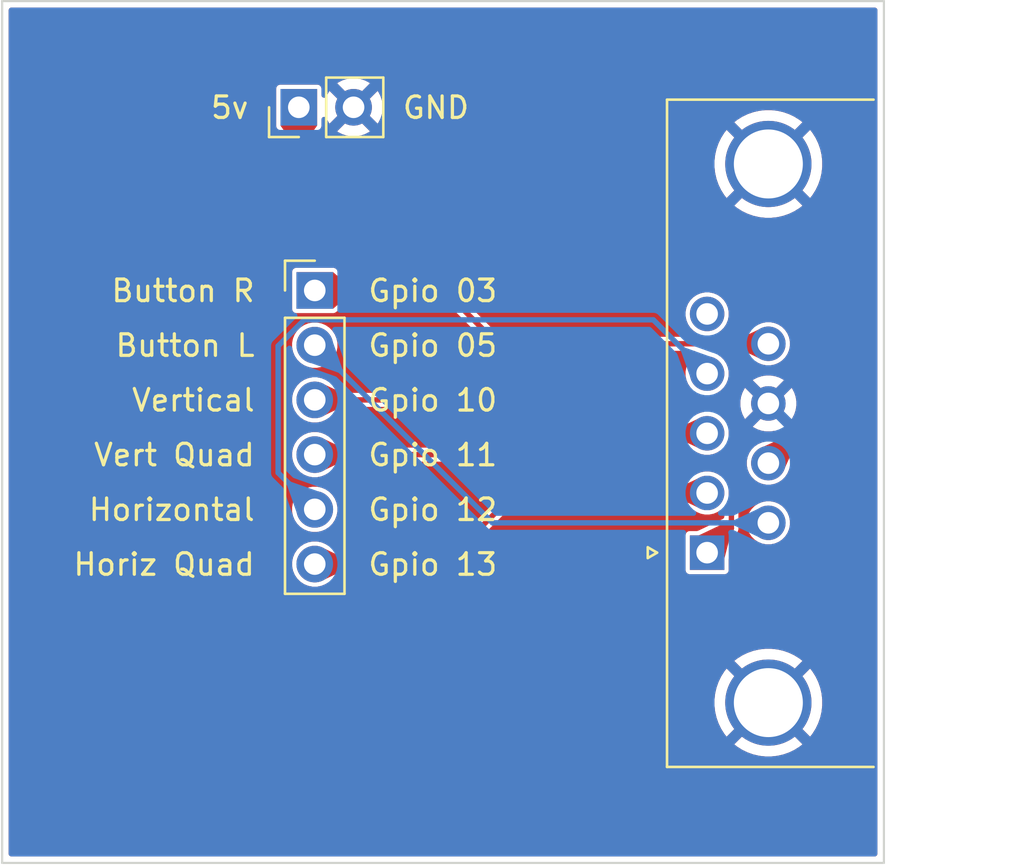
<source format=kicad_pcb>
(kicad_pcb (version 20241229) (generator "pcbnew") (generator_version "9.0")
  (layers (0 "F.Cu" signal) (2 "B.Cu" signal) (13 "F.Paste" user) (15 "B.Paste" user) (5 "F.SilkS" user "F.Silkscreen") (7 "B.SilkS" user "B.Silkscreen") (1 "F.Mask" user) (3 "B.Mask" user) (25 "Edge.Cuts" user))
  (net 0 "")
  (net 1 "GND")
  (net 2 "/MOUSE_V")
  (net 3 "/MOUSE_H")
  (net 4 "/MOUSE_VQ")
  (net 5 "/MOUSE_HQ")
  (net 6 "+5V")
  (net 7 "/BUTTON_LEFT")
  (net 8 "/BUTTON_RIGHT")
  (net 9 "/BUTTON_MIDDLE")
  (footprint "Connector_PinHeader_2.54mm:PinHeader_1x02_P2.54mm_Vertical" (layer "F.Cu") (at 223.76 102.3 90)
    (property "Reference" "J2" (hide yes))
    (property "Value" "Conn_01x02_Pin" (hide yes))
    (fp_line (start -1.38 -1.38) (end 0 -1.38) (stroke (width 0.12)) (layer "F.SilkS"))
    (fp_line (start -1.38 0) (end -1.38 -1.38) (stroke (width 0.12)) (layer "F.SilkS"))
    (fp_line (start 1.38 1.27) (end 1.38 3.92) (stroke (width 0.12)) (layer "F.SilkS"))
    (fp_line (start -1.38 1.27) (end 1.38 1.27) (stroke (width 0.12)) (layer "F.SilkS"))
    (fp_line (start -1.38 1.27) (end -1.38 3.92) (stroke (width 0.12)) (layer "F.SilkS"))
    (fp_line (start -1.38 3.92) (end 1.38 3.92) (stroke (width 0.12)) (layer "F.SilkS"))
    (pad "1" thru_hole rect (at 0 0 90) (size 1.7 1.7) (drill 1) (layers "*.Cu" "*.Mask") (net 6 "+5V"))
    (pad "2" thru_hole circle (at 0 2.54 90) (size 1.7 1.7) (drill 1) (layers "*.Cu" "*.Mask") (net 1 "GND"))
  )
  (footprint "Connector_PinHeader_2.54mm:PinHeader_1x06_P2.54mm_Vertical" (layer "F.Cu") (at 224.5 110.8)
    (property "Reference" "J3" (hide yes))
    (property "Value" "Conn_01x02_Pin" (hide yes))
    (fp_line (start -1.38 -1.38) (end 0 -1.38) (stroke (width 0.12)) (layer "F.SilkS"))
    (fp_line (start -1.38 0) (end -1.38 -1.38) (stroke (width 0.12)) (layer "F.SilkS"))
    (fp_line (start -1.38 1.27) (end -1.38 14.08) (stroke (width 0.12)) (layer "F.SilkS"))
    (fp_line (start -1.38 1.27) (end 1.38 1.27) (stroke (width 0.12)) (layer "F.SilkS"))
    (fp_line (start -1.38 14.08) (end 1.38 14.08) (stroke (width 0.12)) (layer "F.SilkS"))
    (fp_line (start 1.38 1.27) (end 1.38 14.08) (stroke (width 0.12)) (layer "F.SilkS"))
    (pad "1" thru_hole rect (at 0 0) (size 1.7 1.7) (drill 1) (layers "*.Cu" "*.Mask") (net 8 "/BUTTON_RIGHT"))
    (pad "2" thru_hole circle (at 0 2.54) (size 1.7 1.7) (drill 1) (layers "*.Cu" "*.Mask") (net 7 "/BUTTON_LEFT"))
    (pad "3" thru_hole circle (at 0 5.08) (size 1.7 1.7) (drill 1) (layers "*.Cu" "*.Mask") (net 2 "/MOUSE_V"))
    (pad "4" thru_hole circle (at 0 7.62) (size 1.7 1.7) (drill 1) (layers "*.Cu" "*.Mask") (net 4 "/MOUSE_VQ"))
    (pad "5" thru_hole circle (at 0 10.16) (size 1.7 1.7) (drill 1) (layers "*.Cu" "*.Mask") (net 5 "/MOUSE_HQ"))
    (pad "6" thru_hole circle (at 0 12.7) (size 1.7 1.7) (drill 1) (layers "*.Cu" "*.Mask") (net 3 "/MOUSE_H"))
  )
  (footprint "Connector_Dsub:DSUB-9_Pins_Horizontal_P2.77x2.84mm_EdgePinOffset4.94mm_Housed_MountingHolesOffset4.94mm" (layer "F.Cu") (at 242.7 122.97 90)
    (property "Reference" "J1" (hide yes))
    (property "Value" "DE9_Pins_MountingHoles" (hide yes))
    (fp_line (start 0.25 -2.754338) (end 0 -2.321325) (stroke (width 0.12)) (layer "F.SilkS"))
    (fp_line (start -0.25 -2.754338) (end 0.25 -2.754338) (stroke (width 0.12)) (layer "F.SilkS"))
    (fp_line (start 0 -2.321325) (end -0.25 -2.754338) (stroke (width 0.12)) (layer "F.SilkS"))
    (fp_line (start 21.025 -1.86) (end 21.025 7.72) (stroke (width 0.12)) (layer "F.SilkS"))
    (fp_line (start -9.945 -1.86) (end 21.025 -1.86) (stroke (width 0.12)) (layer "F.SilkS"))
    (fp_line (start -9.945 7.72) (end -9.945 -1.86) (stroke (width 0.12)) (layer "F.SilkS"))
    (pad "0" thru_hole circle (at -6.96 2.84 90) (size 4 4) (drill 3.2) (layers "*.Cu" "*.Mask") (net 1 "GND"))
    (pad "0" thru_hole circle (at 18.04 2.84 90) (size 4 4) (drill 3.2) (layers "*.Cu" "*.Mask") (net 1 "GND"))
    (pad "1" thru_hole rect (at 0 0 90) (size 1.6 1.6) (drill 1) (layers "*.Cu" "*.Mask") (net 2 "/MOUSE_V"))
    (pad "2" thru_hole circle (at 2.77 0 90) (size 1.6 1.6) (drill 1) (layers "*.Cu" "*.Mask") (net 3 "/MOUSE_H"))
    (pad "3" thru_hole circle (at 5.54 0 90) (size 1.6 1.6) (drill 1) (layers "*.Cu" "*.Mask") (net 4 "/MOUSE_VQ"))
    (pad "4" thru_hole circle (at 8.31 0 90) (size 1.6 1.6) (drill 1) (layers "*.Cu" "*.Mask") (net 5 "/MOUSE_HQ"))
    (pad "5" thru_hole circle (at 11.08 0 90) (size 1.6 1.6) (drill 1) (layers "*.Cu" "*.Mask") (net 9 "/BUTTON_MIDDLE"))
    (pad "6" thru_hole circle (at 1.385 2.84 90) (size 1.6 1.6) (drill 1) (layers "*.Cu" "*.Mask") (net 7 "/BUTTON_LEFT"))
    (pad "7" thru_hole circle (at 4.155 2.84 90) (size 1.6 1.6) (drill 1) (layers "*.Cu" "*.Mask") (net 6 "+5V"))
    (pad "8" thru_hole circle (at 6.925 2.84 90) (size 1.6 1.6) (drill 1) (layers "*.Cu" "*.Mask") (net 1 "GND"))
    (pad "9" thru_hole circle (at 9.695 2.84 90) (size 1.6 1.6) (drill 1) (layers "*.Cu" "*.Mask") (net 8 "/BUTTON_RIGHT"))
  )
  (gr_line (start 210 137.37) (end 250.9 137.37) (stroke (width 0.1)) (layer "Edge.Cuts"))
  (gr_line (start 210 97.37) (end 210 137.37) (stroke (width 0.1)) (layer "Edge.Cuts"))
  (gr_line (start 250.9 97.37) (end 250.9 137.37) (stroke (width 0.1)) (layer "Edge.Cuts"))
  (gr_line (start 210 97.37) (end 250.9 97.37) (stroke (width 0.1)) (layer "Edge.Cuts"))
  (gr_text "Button L" (at 221.8 113.94175 0) (layer "F.SilkS") (effects (font (size 1 1)) (justify right bottom)))
  (gr_text "GND" (at 228.5 102.90175 0) (layer "F.SilkS") (effects (font (size 1 1)) (justify left bottom)))
  (gr_text "Button R" (at 221.8 111.40175 0) (layer "F.SilkS") (effects (font (size 1 1)) (justify right bottom)))
  (gr_text "Gpio 03" (at 226.9 111.40175 0) (layer "F.SilkS") (effects (font (size 1 1)) (justify left bottom)))
  (gr_text "Gpio 05" (at 226.9 113.94175 0) (layer "F.SilkS") (effects (font (size 1 1)) (justify left bottom)))
  (gr_text "Vert Quad" (at 221.8 119.02175 0) (layer "F.SilkS") (effects (font (size 1 1)) (justify right bottom)))
  (gr_text "Vertical" (at 221.8 116.48175 0) (layer "F.SilkS") (effects (font (size 1 1)) (justify right bottom)))
  (gr_text "Horizontal" (at 221.8 121.56175 0) (layer "F.SilkS") (effects (font (size 1 1)) (justify right bottom)))
  (gr_text "Gpio 12" (at 226.9 121.56175 0) (layer "F.SilkS") (effects (font (size 1 1)) (justify left bottom)))
  (gr_text "Gpio 11" (at 226.9 119.02175 0) (layer "F.SilkS") (effects (font (size 1 1)) (justify left bottom)))
  (gr_text "Gpio 13" (at 226.9 124.10175 0) (layer "F.SilkS") (effects (font (size 1 1)) (justify left bottom)))
  (gr_text "5v" (at 219.6 102.90175 0) (layer "F.SilkS") (effects (font (size 1 1)) (justify left bottom)))
  (gr_text "Horiz Quad" (at 221.8 124.10175 0) (layer "F.SilkS") (effects (font (size 1 1)) (justify right bottom)))
  (gr_text "Gpio 10" (at 226.9 116.48175 0) (layer "F.SilkS") (effects (font (size 1 1)) (justify left bottom)))
  (segment (start 242.742405 115.88) (end 224.5 115.88) (width 0.25) (layer "F.Cu") (net 2))
  (segment (start 243.826 116.963595) (end 242.742405 115.88) (width 0.25) (layer "F.Cu") (net 2))
  (segment (start 243.826 121.844) (end 243.826 116.963595) (width 0.25) (layer "F.Cu") (net 2))
  (segment (start 242.7 122.97) (end 243.826 121.844) (width 0.25) (layer "F.Cu") (net 2))
  (segment (start 230.5 123.5) (end 224.5 123.5) (width 0.25) (layer "F.Cu") (net 3))
  (segment (start 233.8 120.2) (end 230.5 123.5) (width 0.25) (layer "F.Cu") (net 3))
  (segment (start 242.7 120.2) (end 233.8 120.2) (width 0.25) (layer "F.Cu") (net 3))
  (segment (start 235.07 117.43) (end 234.08 118.42) (width 0.25) (layer "F.Cu") (net 4))
  (segment (start 242.7 117.43) (end 235.07 117.43) (width 0.25) (layer "F.Cu") (net 4))
  (segment (start 234.08 118.42) (end 224.5 118.42) (width 0.25) (layer "F.Cu") (net 4))
  (segment (start 224.012884 112.164) (end 222.8 113.376884) (width 0.25) (layer "B.Cu") (net 5))
  (segment (start 242.7 114.66) (end 240.204 112.164) (width 0.25) (layer "B.Cu") (net 5))
  (segment (start 222.8 119.26) (end 224.5 120.96) (width 0.25) (layer "B.Cu") (net 5))
  (segment (start 240.204 112.164) (end 224.012884 112.164) (width 0.25) (layer "B.Cu") (net 5))
  (segment (start 222.8 113.376884) (end 222.8 119.26) (width 0.25) (layer "B.Cu") (net 5))
  (segment (start 247.6 112.1) (end 244.9 109.4) (width 0.5) (layer "F.Cu") (net 6))
  (segment (start 244.9 109.4) (end 228.3 109.4) (width 0.5) (layer "F.Cu") (net 6))
  (segment (start 245.54 118.815) (end 247.6 116.755) (width 0.5) (layer "F.Cu") (net 6))
  (segment (start 223.76 104.86) (end 223.76 102.3) (width 0.5) (layer "F.Cu") (net 6))
  (segment (start 228.3 109.4) (end 223.76 104.86) (width 0.5) (layer "F.Cu") (net 6))
  (segment (start 247.6 116.755) (end 247.6 112.1) (width 0.5) (layer "F.Cu") (net 6))
  (segment (start 245.54 121.585) (end 232.745 121.585) (width 0.25) (layer "B.Cu") (net 7))
  (segment (start 232.745 121.585) (end 224.5 113.34) (width 0.25) (layer "B.Cu") (net 7))
  (segment (start 232.975 113.275) (end 230.5 110.8) (width 0.25) (layer "F.Cu") (net 8))
  (segment (start 245.54 113.275) (end 232.975 113.275) (width 0.25) (layer "F.Cu") (net 8))
  (segment (start 230.5 110.8) (end 224.5 110.8) (width 0.25) (layer "F.Cu") (net 8))
  (zone (net 1) (net_name "GND") (layers "F.Cu" "B.Cu") (priority 4) (connect_pads (clearance 0)) (min_thickness 0.25) (fill yes (thermal_gap 0.5) (thermal_bridge_width 0.5))
    (polygon (pts (xy 210 97.4) (xy 250.9 97.37) (xy 251 137.47) (xy 209.9 137.5)))
  )
)
</source>
